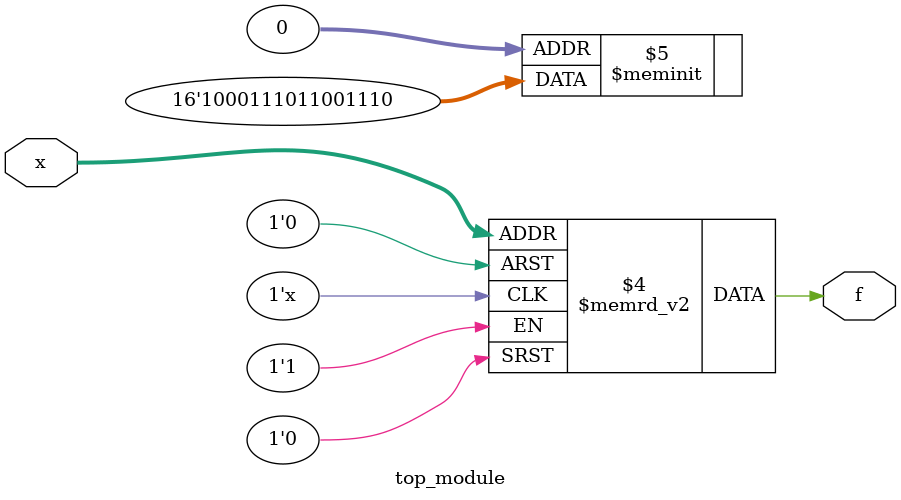
<source format=sv>
module top_module (
    input [4:1] x,
    output logic f
);

always_comb begin
    case (x)
        4'b0000, 4'b0101, 4'b1100, 4'b1101: f = 1'b0; // Corrected 4'b1101 from 4'b1110
        4'b0001, 4'b0011, 4'b0111, 4'b1001, 4'b1011, 4'b1111: f = 1'b1; // Corrected 4'b1011 and 4'b1111
        4'b0010, 4'b0110, 4'b1010: f = 1'b1; // Don't care condition, output 1
        default: f = 1'b0;
    endcase
end

endmodule

</source>
